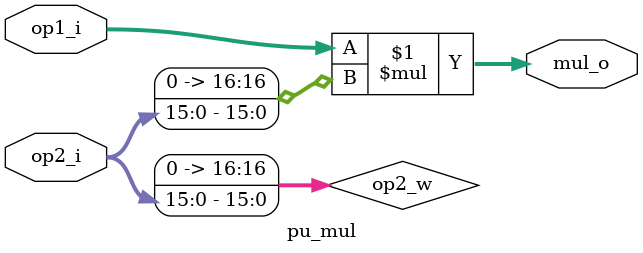
<source format=v>
module  pu_mul#(
    parameter INPUT_WD1      = 20,
    parameter INPUT_WD2      = 16,
    parameter OUTPUT_WD      = 36
)(
    input   signed [INPUT_WD1  -1 : 0]     op1_i ,
    input          [INPUT_WD2  -1 : 0]     op2_i ,
    output  signed [OUTPUT_WD  -1 : 0]     mul_o  
);
    wire signed  [INPUT_WD2 : 0]                 op2_w;
    assign op2_w = {1'b0, op2_i};
    assign mul_o = op1_i * op2_w;

/*
    wire   [INPUT_WD1 + INPUT_WD2 - 1 : 0]   unsigned_mul_w ;
    wire   [OUTPUT_WD             - 1 : 0]   shift_mul_w    ;

    wire   [OUTPUT_WD             - 1 : 0]   signed_mul_w   ;

    wire   [INPUT_WD1             - 1 : 0]   op1_w ;
    wire   [INPUT_WD2             - 1 : 0]   op2_w ;

    assign op1_w = op1_i[INPUT_WD1 - 1] ? ( ~op1_i + 'd1 ) : op1_i ;
   // assign op2_w = op2_i[INPUT_WD2 - 1] ? ( ~op2_i + 'd1 ) : op2_i ;  

   // requant factor is unsigned 
   assign op2_w = op2_i;


   
    assign unsigned_mul_w = op1_w * op2_w  ;
    assign shift_mul_w    = unsigned_mul_w[0+:OUTPUT_WD] ;

    assign signed_mul_w   = (op1_i[INPUT_WD1 - 1] )? (~shift_mul_w +'d1) : shift_mul_w ;




    assign mul_o = signed_mul_w ;
*/

   endmodule
</source>
